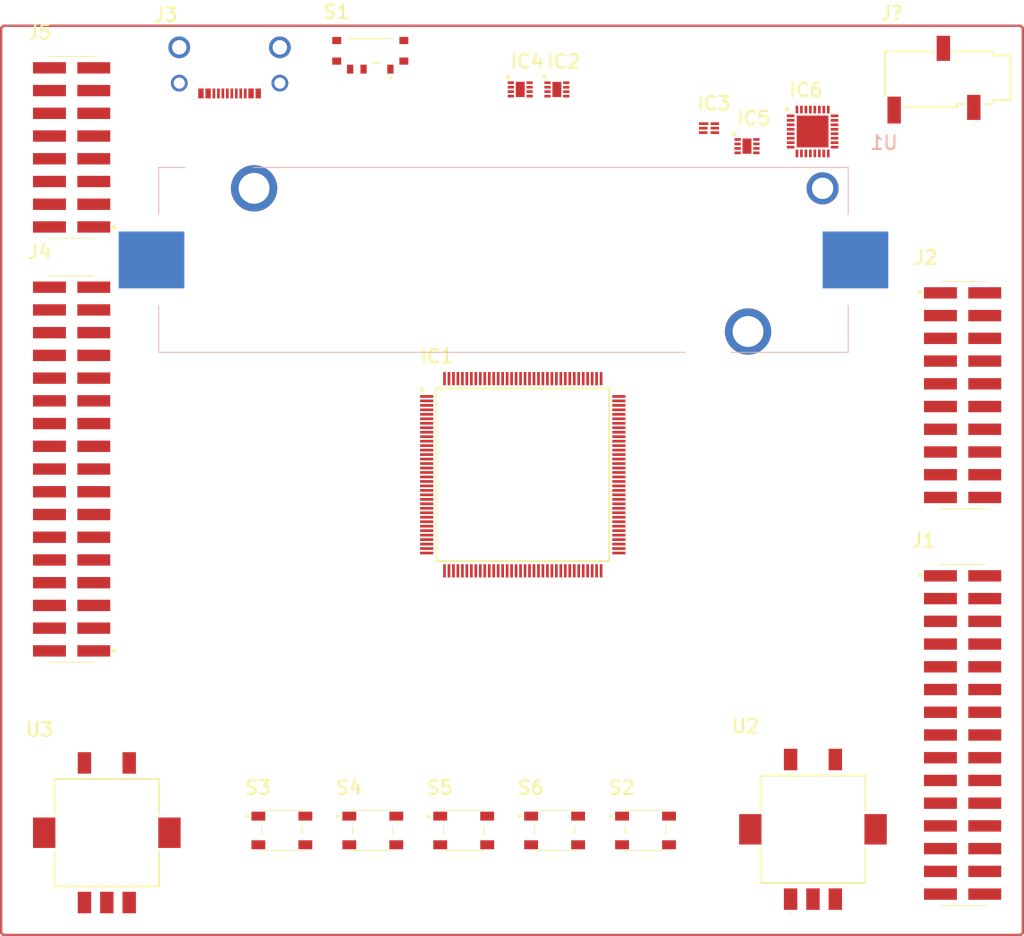
<source format=kicad_pcb>
(kicad_pcb (version 20241229) (generator "pcbnew") (generator_version "9.0")
  (layers (0 "F.Cu" signal "Top Layer") (2 "B.Cu" signal "Bottom Layer") (13 "F.Paste" user "Top Paste") (15 "B.Paste" user "Bottom Paste") (5 "F.SilkS" user "Top Overlay") (7 "B.SilkS" user "Bottom Overlay") (1 "F.Mask" user "Top Solder") (3 "B.Mask" user "Bottom Solder") (25 "Edge.Cuts" user))
  (property "SHEETTOTAL" "1")
  (net 0 "")
  (footprint "SamacSys:PTS647SM38SMTR2LFS" (layer "F.Cu") (at 122.7836 144.1196)
    (property "Reference" "S3" (at -2.66741 -4.771898 0) (layer "F.SilkS") (effects (font (size 1.524 1.524) (thickness 0.254))))
    (property "Value" "PTS647SM70SMTR2LFS" (hide yes))
    (pad "1" smd rect (at -2.625 -1.6) (size 1.55 1) (layers "F.Cu" "F.Mask" "F.Paste"))
    (pad "2" smd rect (at 2.625 -1.6) (size 1.55 1) (layers "F.Cu" "F.Mask" "F.Paste"))
    (pad "3" smd rect (at -2.625 1.6) (size 1.55 1) (layers "F.Cu" "F.Mask" "F.Paste"))
    (pad "4" smd rect (at 2.625 1.6) (size 1.55 1) (layers "F.Cu" "F.Mask" "F.Paste"))
  )
  (footprint "SamacSys:RIC1131S10K2GSMT" (layer "F.Cu") (at 103.2256 144.3736)
    (property "Reference" "U3" (at -7.51881 -11.528298 0) (layer "F.SilkS") (effects (font (size 1.524 1.524) (thickness 0.254))))
    (property "Value" "RIC11-31S10K2-GSMT" (hide yes))
    (pad "" np_thru_hole circle (at -2 0) (size 0.65 0.65) (drill 1.3) (layers "*.Cu" "*.Mask"))
    (pad "" np_thru_hole circle (at 2.5 0) (size 0.55 0.55) (drill 1.1) (layers "*.Cu" "*.Mask"))
    (pad "1" smd rect (at -7 0 90) (size 3.4 2.5) (layers "F.Cu" "F.Mask" "F.Paste"))
    (pad "2" smd rect (at 7 0 90) (size 3.4 2.5) (layers "F.Cu" "F.Mask" "F.Paste"))
    (pad "A1" smd rect (at -2.5 7.8 90) (size 2.4 1.5) (layers "F.Cu" "F.Mask" "F.Paste"))
    (pad "B1" smd rect (at 2.5 7.8 90) (size 2.4 1.5) (layers "F.Cu" "F.Mask" "F.Paste"))
    (pad "C1" smd rect (at 0 7.8 90) (size 2.4 1.5) (layers "F.Cu" "F.Mask" "F.Paste"))
    (pad "D1" smd rect (at -2.5 -7.8 90) (size 2.4 1.5) (layers "F.Cu" "F.Mask" "F.Paste"))
    (pad "E1" smd rect (at 2.5 -7.8 90) (size 2.4 1.5) (layers "F.Cu" "F.Mask" "F.Paste"))
  )
  (footprint "SamacSys:PTS647SM38SMTR2LFS" (layer "F.Cu") (at 153.2636 144.1196)
    (property "Reference" "S6" (at -2.66741 -4.771898 0) (layer "F.SilkS") (effects (font (size 1.524 1.524) (thickness 0.254))))
    (property "Value" "PTS647SM70SMTR2LFS" (hide yes))
    (pad "1" smd rect (at -2.625 -1.6) (size 1.55 1) (layers "F.Cu" "F.Mask" "F.Paste"))
    (pad "2" smd rect (at 2.625 -1.6) (size 1.55 1) (layers "F.Cu" "F.Mask" "F.Paste"))
    (pad "3" smd rect (at -2.625 1.6) (size 1.55 1) (layers "F.Cu" "F.Mask" "F.Paste"))
    (pad "4" smd rect (at 2.625 1.6) (size 1.55 1) (layers "F.Cu" "F.Mask" "F.Paste"))
  )
  (footprint "SamacSys:PTS647SM38SMTR2LFS" (layer "F.Cu") (at 143.1036 144.1196)
    (property "Reference" "S5" (at -2.66741 -4.771898 0) (layer "F.SilkS") (effects (font (size 1.524 1.524) (thickness 0.254))))
    (property "Value" "PTS647SM70SMTR2LFS" (hide yes))
    (pad "1" smd rect (at -2.625 -1.6) (size 1.55 1) (layers "F.Cu" "F.Mask" "F.Paste"))
    (pad "2" smd rect (at 2.625 -1.6) (size 1.55 1) (layers "F.Cu" "F.Mask" "F.Paste"))
    (pad "3" smd rect (at -2.625 1.6) (size 1.55 1) (layers "F.Cu" "F.Mask" "F.Paste"))
    (pad "4" smd rect (at 2.625 1.6) (size 1.55 1) (layers "F.Cu" "F.Mask" "F.Paste"))
  )
  (footprint "SamacSys:SJ235853ASMTTR" (layer "F.Cu") (at 197.2056 60.1726 180)
    (property "Reference" "J?" (at 6.27421 7.362698 0) (layer "F.SilkS") (effects (font (size 1.524 1.524) (thickness 0.254))))
    (property "Value" "SJ2-35853A-SMT-TR" (hide yes))
    (pad "" np_thru_hole circle (at 5.5 0.15 180) (size 0.75 0.75) (drill 1.5) (layers "*.Cu" "*.Mask"))
    (pad "1" smd rect (at -2.9 -3.15 270) (size 2.8 1.5) (layers "F.Cu" "F.Mask" "F.Paste"))
    (pad "2" smd rect (at 6 -3.45 270) (size 3 1.5) (layers "F.Cu" "F.Mask" "F.Paste"))
    (pad "3" smd rect (at 0.5 3.45 270) (size 2.8 1.5) (layers "F.Cu" "F.Mask" "F.Paste"))
  )
  (footprint "SamacSys:QFP50P2200X2200X160-144N" (layer "F.Cu") (at 149.7076 104.3686)
    (property "Reference" "IC1" (at -9.601735 -13.230098 0) (layer "F.SilkS") (effects (font (size 1.524 1.524) (thickness 0.254))))
    (property "Value" "STM32H7A3ZIT6" (hide yes))
    (pad "1" smd rect (at -10.738 -8.75) (size 1.475 0.3) (layers "F.Cu" "F.Mask" "F.Paste"))
    (pad "2" smd rect (at -10.738 -8.25) (size 1.475 0.3) (layers "F.Cu" "F.Mask" "F.Paste"))
    (pad "3" smd rect (at -10.738 -7.75) (size 1.475 0.3) (layers "F.Cu" "F.Mask" "F.Paste"))
    (pad "4" smd rect (at -10.738 -7.25) (size 1.475 0.3) (layers "F.Cu" "F.Mask" "F.Paste"))
    (pad "5" smd rect (at -10.738 -6.75) (size 1.475 0.3) (layers "F.Cu" "F.Mask" "F.Paste"))
    (pad "6" smd rect (at -10.738 -6.25) (size 1.475 0.3) (layers "F.Cu" "F.Mask" "F.Paste"))
    (pad "7" smd rect (at -10.738 -5.75) (size 1.475 0.3) (layers "F.Cu" "F.Mask" "F.Paste"))
    (pad "8" smd rect (at -10.738 -5.25) (size 1.475 0.3) (layers "F.Cu" "F.Mask" "F.Paste"))
    (pad "9" smd rect (at -10.738 -4.75) (size 1.475 0.3) (layers "F.Cu" "F.Mask" "F.Paste"))
    (pad "10" smd rect (at -10.738 -4.25) (size 1.475 0.3) (layers "F.Cu" "F.Mask" "F.Paste"))
    (pad "11" smd rect (at -10.738 -3.75) (size 1.475 0.3) (layers "F.Cu" "F.Mask" "F.Paste"))
    (pad "12" smd rect (at -10.738 -3.25) (size 1.475 0.3) (layers "F.Cu" "F.Mask" "F.Paste"))
    (pad "13" smd rect (at -10.738 -2.75) (size 1.475 0.3) (layers "F.Cu" "F.Mask" "F.Paste"))
    (pad "14" smd rect (at -10.738 -2.25) (size 1.475 0.3) (layers "F.Cu" "F.Mask" "F.Paste"))
    (pad "15" smd rect (at -10.738 -1.75) (size 1.475 0.3) (layers "F.Cu" "F.Mask" "F.Paste"))
    (pad "16" smd rect (at -10.738 -1.25) (size 1.475 0.3) (layers "F.Cu" "F.Mask" "F.Paste"))
    (pad "17" smd rect (at -10.738 -0.75) (size 1.475 0.3) (layers "F.Cu" "F.Mask" "F.Paste"))
    (pad "18" smd rect (at -10.738 -0.25) (size 1.475 0.3) (layers "F.Cu" "F.Mask" "F.Paste"))
    (pad "19" smd rect (at -10.738 0.25) (size 1.475 0.3) (layers "F.Cu" "F.Mask" "F.Paste"))
    (pad "20" smd rect (at -10.738 0.75) (size 1.475 0.3) (layers "F.Cu" "F.Mask" "F.Paste"))
    (pad "21" smd rect (at -10.738 1.25) (size 1.475 0.3) (layers "F.Cu" "F.Mask" "F.Paste"))
    (pad "22" smd rect (at -10.738 1.75) (size 1.475 0.3) (layers "F.Cu" "F.Mask" "F.Paste"))
    (pad "23" smd rect (at -10.738 2.25) (size 1.475 0.3) (layers "F.Cu" "F.Mask" "F.Paste"))
    (pad "24" smd rect (at -10.738 2.75) (size 1.475 0.3) (layers "F.Cu" "F.Mask" "F.Paste"))
    (pad "25" smd rect (at -10.738 3.25) (size 1.475 0.3) (layers "F.Cu" "F.Mask" "F.Paste"))
    (pad "26" smd rect (at -10.738 3.75) (size 1.475 0.3) (layers "F.Cu" "F.Mask" "F.Paste"))
    (pad "27" smd rect (at -10.738 4.25) (size 1.475 0.3) (layers "F.Cu" "F.Mask" "F.Paste"))
    (pad "28" smd rect (at -10.738 4.75) (size 1.475 0.3) (layers "F.Cu" "F.Mask" "F.Paste"))
    (pad "29" smd rect (at -10.738 5.25) (size 1.475 0.3) (layers "F.Cu" "F.Mask" "F.Paste"))
    (pad "30" smd rect (at -10.738 5.75) (size 1.475 0.3) (layers "F.Cu" "F.Mask" "F.Paste"))
    (pad "31" smd rect (at -10.738 6.25) (size 1.475 0.3) (layers "F.Cu" "F.Mask" "F.Paste"))
    (pad "32" smd rect (at -10.738 6.75) (size 1.475 0.3) (layers "F.Cu" "F.Mask" "F.Paste"))
    (pad "33" smd rect (at -10.738 7.25) (size 1.475 0.3) (layers "F.Cu" "F.Mask" "F.Paste"))
    (pad "34" smd rect (at -10.738 7.75) (size 1.475 0.3) (layers "F.Cu" "F.Mask" "F.Paste"))
    (pad "35" smd rect (at -10.738 8.25) (size 1.475 0.3) (layers "F.Cu" "F.Mask" "F.Paste"))
    (pad "36" smd rect (at -10.738 8.75) (size 1.475 0.3) (layers "F.Cu" "F.Mask" "F.Paste"))
    (pad "37" smd rect (at -8.75 10.738 90) (size 1.475 0.3) (layers "F.Cu" "F.Mask" "F.Paste"))
    (pad "38" smd rect (at -8.25 10.738 90) (size 1.475 0.3) (layers "F.Cu" "F.Mask" "F.Paste"))
    (pad "39" smd rect (at -7.75 10.738 90) (size 1.475 0.3) (layers "F.Cu" "F.Mask" "F.Paste"))
    (pad "40" smd rect (at -7.25 10.738 90) (size 1.475 0.3) (layers "F.Cu" "F.Mask" "F.Paste"))
    (pad "41" smd rect (at -6.75 10.738 90) (size 1.475 0.3) (layers "F.Cu" "F.Mask" "F.Paste"))
    (pad "42" smd rect (at -6.25 10.738 90) (size 1.475 0.3) (layers "F.Cu" "F.Mask" "F.Paste"))
    (pad "43" smd rect (at -5.75 10.738 90) (size 1.475 0.3) (layers "F.Cu" "F.Mask" "F.Paste"))
    (pad "44" smd rect (at -5.25 10.738 90) (size 1.475 0.3) (layers "F.Cu" "F.Mask" "F.Paste"))
    (pad "45" smd rect (at -4.75 10.738 90) (size 1.475 0.3) (layers "F.Cu" "F.Mask" "F.Paste"))
    (pad "46" smd rect (at -4.25 10.738 90) (size 1.475 0.3) (layers "F.Cu" "F.Mask" "F.Paste"))
    (pad "47" smd rect (at -3.75 10.738 90) (size 1.475 0.3) (layers "F.Cu" "F.Mask" "F.Paste"))
    (pad "48" smd rect (at -3.25 10.738 90) (size 1.475 0.3) (layers "F.Cu" "F.Mask" "F.Paste"))
    (pad "49" smd rect (at -2.75 10.738 90) (size 1.475 0.3) (layers "F.Cu" "F.Mask" "F.Paste"))
    (pad "50" smd rect (at -2.25 10.738 90) (size 1.475 0.3) (layers "F.Cu" "F.Mask" "F.Paste"))
    (pad "51" smd rect (at -1.75 10.738 90) (size 1.475 0.3) (layers "F.Cu" "F.Mask" "F.Paste"))
    (pad "52" smd rect (at -1.25 10.738 90) (size 1.475 0.3) (layers "F.Cu" "F.Mask" "F.Paste"))
    (pad "53" smd rect (at -0.75 10.738 90) (size 1.475 0.3) (layers "F.Cu" "F.Mask" "F.Paste"))
    (pad "54" smd rect (at -0.25 10.738 90) (size 1.475 0.3) (layers "F.Cu" "F.Mask" "F.Paste"))
    (pad "55" smd rect (at 0.25 10.738 90) (size 1.475 0.3) (layers "F.Cu" "F.Mask" "F.Paste"))
    (pad "56" smd rect (at 0.75 10.738 90) (size 1.475 0.3) (layers "F.Cu" "F.Mask" "F.Paste"))
    (pad "57" smd rect (at 1.25 10.738 90) (size 1.475 0.3) (layers "F.Cu" "F.Mask" "F.Paste"))
    (pad "58" smd rect (at 1.75 10.738 90) (size 1.475 0.3) (layers "F.Cu" "F.Mask" "F.Paste"))
    (pad "59" smd rect (at 2.25 10.738 90) (size 1.475 0.3) (layers "F.Cu" "F.Mask" "F.Paste"))
    (pad "60" smd rect (at 2.75 10.738 90) (size 1.475 0.3) (layers "F.Cu" "F.Mask" "F.Paste"))
    (pad "61" smd rect (at 3.25 10.738 90) (size 1.475 0.3) (layers "F.Cu" "F.Mask" "F.Paste"))
    (pad "62" smd rect (at 3.75 10.738 90) (size 1.475 0.3) (layers "F.Cu" "F.Mask" "F.Paste"))
    (pad "63" smd rect (at 4.25 10.738 90) (size 1.475 0.3) (layers "F.Cu" "F.Mask" "F.Paste"))
    (pad "64" smd rect (at 4.75 10.738 90) (size 1.475 0.3) (layers "F.Cu" "F.Mask" "F.Paste"))
    (pad "65" smd rect (at 5.25 10.738 90) (size 1.475 0.3) (layers "F.Cu" "F.Mask" "F.Paste"))
    (pad "66" smd rect (at 5.75 10.738 90) (size 1.475 0.3) (layers "F.Cu" "F.Mask" "F.Paste"))
    (pad "67" smd rect (at 6.25 10.738 90) (size 1.475 0.3) (layers "F.Cu" "F.Mask" "F.Paste"))
    (pad "68" smd rect (at 6.75 10.738 90) (size 1.475 0.3) (layers "F.Cu" "F.Mask" "F.Paste"))
    (pad "69" smd rect (at 7.25 10.738 90) (size 1.475 0.3) (layers "F.Cu" "F.Mask" "F.Paste"))
    (pad "70" smd rect (at 7.75 10.738 90) (size 1.475 0.3) (layers "F.Cu" "F.Mask" "F.Paste"))
    (pad "71" smd rect (at 8.25 10.738 90) (size 1.475 0.3) (layers "F.Cu" "F.Mask" "F.Paste"))
    (pad "72" smd rect (at 8.75 10.738 90) (size 1.475 0.3) (layers "F.Cu" "F.Mask" "F.Paste"))
    (pad "73" smd rect (at 10.738 8.75) (size 1.475 0.3) (layers "F.Cu" "F.Mask" "F.Paste"))
    (pad "74" smd rect (at 10.738 8.25) (size 1.475 0.3) (layers "F.Cu" "F.Mask" "F.Paste"))
    (pad "75" smd rect (at 10.738 7.75) (size 1.475 0.3) (layers "F.Cu" "F.Mask" "F.Paste"))
    (pad "76" smd rect (at 10.738 7.25) (size 1.475 0.3) (layers "F.Cu" "F.Mask" "F.Paste"))
    (pad "77" smd rect (at 10.738 6.75) (size 1.475 0.3) (layers "F.Cu" "F.Mask" "F.Paste"))
    (pad "78" smd rect (at 10.738 6.25) (size 1.475 0.3) (layers "F.Cu" "F.Mask" "F.Paste"))
    (pad "79" smd rect (at 10.738 5.75) (size 1.475 0.3) (layers "F.Cu" "F.Mask" "F.Paste"))
    (pad "80" smd rect (at 10.738 5.25) (size 1.475 0.3) (layers "F.Cu" "F.Mask" "F.Paste"))
    (pad "81" smd rect (at 10.738 4.75) (size 1.475 0.3) (layers "F.Cu" "F.Mask" "F.Paste"))
    (pad "82" smd rect (at 10.738 4.25) (size 1.475 0.3) (layers "F.Cu" "F.Mask" "F.Paste"))
    (pad "83" smd rect (at 10.738 3.75) (size 1.475 0.3) (layers "F.Cu" "F.Mask" "F.Paste"))
    (pad "84" smd rect (at 10.738 3.25) (size 1.475 0.3) (layers "F.Cu" "F.Mask" "F.Paste"))
    (pad "85" smd rect (at 10.738 2.75) (size 1.475 0.3) (layers "F.Cu" "F.Mask" "F.Paste"))
    (pad "86" smd rect (at 10.738 2.25) (size 1.475 0.3) (layers "F.Cu" "F.Mask" "F.Paste"))
    (pad "87" smd rect (at 10.738 1.75) (size 1.475 0.3) (layers "F.Cu" "F.Mask" "F.Paste"))
    (pad "88" smd rect (at 10.738 1.25) (size 1.475 0.3) (layers "F.Cu" "F.Mask" "F.Paste"))
    (pad "89" smd rect (at 10.738 0.75) (size 1.475 0.3) (layers "F.Cu" "F.Mask" "F.Paste"))
    (pad "90" smd rect (at 10.738 0.25) (size 1.475 0.3) (layers "F.Cu" "F.Mask" "F.Paste"))
    (pad "91" smd rect (at 10.738 -0.25) (size 1.475 0.3) (layers "F.Cu" "F.Mask" "F.Paste"))
    (pad "92" smd rect (at 10.738 -0.75) (size 1.475 0.3) (layers "F.Cu" "F.Mask" "F.Paste"))
    (pad "93" smd rect (at 10.738 -1.25) (size 1.475 0.3) (layers "F.Cu" "F.Mask" "F.Paste"))
    (pad "94" smd rect (at 10.738 -1.75) (size 1.475 0.3) (layers "F.Cu" "F.Mask" "F.Paste"))
    (pad "95" smd rect (at 10.738 -2.25) (size 1.475 0.3) (layers "F.Cu" "F.Mask" "F.Paste"))
    (pad "96" smd rect (at 10.738 -2.75) (size 1.475 0.3) (layers "F.Cu" "F.Mask" "F.Paste"))
    (pad "97" smd rect (at 10.738 -3.25) (size 1.475 0.3) (layers "F.Cu" "F.Mask" "F.Paste"))
    (pad "98" smd rect (at 10.738 -3.75) (size 1.475 0.3) (layers "F.Cu" "F.Mask" "F.Paste"))
    (pad "99" smd rect (at 10.738 -4.25) (size 1.475 0.3) (layers "F.Cu" "F.Mask" "F.Paste"))
    (pad "100" smd rect (at 10.738 -4.75) (size 1.475 0.3) (layers "F.Cu" "F.Mask" "F.Paste"))
    (pad "101" smd rect (at 10.738 -5.25) (size 1.475 0.3) (layers "F.Cu" "F.Mask" "F.Paste"))
    (pad "102" smd rect (at 10.738 -5.75) (size 1.475 0.3) (layers "F.Cu" "F.Mask" "F.Paste"))
    (pad "103" smd rect (at 10.738 -6.25) (size 1.475 0.3) (layers "F.Cu" "F.Mask" "F.Paste"))
    (pad "104" smd rect (at 10.738 -6.75) (size 1.475 0.3) (layers "F.Cu" "F.Mask" "F.Paste"))
    (pad "105" smd rect (at 10.738 -7.25) (size 1.475 0.3) (layers "F.Cu" "F.Mask" "F.Paste"))
    (pad "106" smd rect (at 10.738 -7.75) (size 1.475 0.3) (layers "F.Cu" "F.Mask" "F.Paste"))
    (pad "107" smd rect (at 10.738 -8.25) (size 1.475 0.3) (layers "F.Cu" "F.Mask" "F.Paste"))
    (pad "108" smd rect (at 10.738 -8.75) (size 1.475 0.3) (layers "F.Cu" "F.Mask" "F.Paste"))
    (pad "109" smd rect (at 8.75 -10.738 90) (size 1.475 0.3) (layers "F.Cu" "F.Mask" "F.Paste"))
    (pad "110" smd rect (at 8.25 -10.738 90) (size 1.475 0.3) (layers "F.Cu" "F.Mask" "F.Paste"))
    (pad "111" smd rect (at 7.75 -10.738 90) (size 1.475 0.3) (layers "F.Cu" "F.Mask" "F.Paste"))
    (pad "112" smd rect (at 7.25 -10.738 90) (size 1.475 0.3) (layers "F.Cu" "F.Mask" "F.Paste"))
    (pad "113" smd rect (at 6.75 -10.738 90) (size 1.475 0.3) (layers "F.Cu" "F.Mask" "F.Paste"))
    (pad "114" smd rect (at 6.25 -10.738 90) (size 1.475 0.3) (layers "F.Cu" "F.Mask" "F.Paste"))
    (pad "115" smd rect (at 5.75 -10.738 90) (size 1.475 0.3) (layers "F.Cu" "F.Mask" "F.Paste"))
    (pad "116" smd rect (at 5.25 -10.738 90) (size 1.475 0.3) (layers "F.Cu" "F.Mask" "F.Paste"))
    (pad "117" smd rect (at 4.75 -10.738 90) (size 1.475 0.3) (layers "F.Cu" "F.Mask" "F.Paste"))
    (pad "118" smd rect (at 4.25 -10.738 90) (size 1.475 0.3) (layers "F.Cu" "F.Mask" "F.Paste"))
    (pad "119" smd rect (at 3.75 -10.738 90) (size 1.475 0.3) (layers "F.Cu" "F.Mask" "F.Paste"))
    (pad "120" smd rect (at 3.25 -10.738 90) (size 1.475 0.3) (layers "F.Cu" "F.Mask" "F.Paste"))
    (pad "121" smd rect (at 2.75 -10.738 90) (size 1.475 0.3) (layers "F.Cu" "F.Mask" "F.Paste"))
    (pad "122" smd rect (at 2.25 -10.738 90) (size 1.475 0.3) (layers "F.Cu" "F.Mask" "F.Paste"))
    (pad "123" smd rect (at 1.75 -10.738 90) (size 1.475 0.3) (layers "F.Cu" "F.Mask" "F.Paste"))
    (pad "124" smd rect (at 1.25 -10.738 90) (size 1.475 0.3) (layers "F.Cu" "F.Mask" "F.Paste"))
    (pad "125" smd rect (at 0.75 -10.738 90) (size 1.475 0.3) (layers "F.Cu" "F.Mask" "F.Paste"))
    (pad "126" smd rect (at 0.25 -10.738 90) (size 1.475 0.3) (layers "F.Cu" "F.Mask" "F.Paste"))
    (pad "127" smd rect (at -0.25 -10.738 90) (size 1.475 0.3) (layers "F.Cu" "F.Mask" "F.Paste"))
    (pad "128" smd rect (at -0.75 -10.738 90) (size 1.475 0.3) (layers "F.Cu" "F.Mask" "F.Paste"))
    (pad "129" smd rect (at -1.25 -10.738 90) (size 1.475 0.3) (layers "F.Cu" "F.Mask" "F.Paste"))
    (pad "130" smd rect (at -1.75 -10.738 90) (size 1.475 0.3) (layers "F.Cu" "F.Mask" "F.Paste"))
    (pad "131" smd rect (at -2.25 -10.738 90) (size 1.475 0.3) (layers "F.Cu" "F.Mask" "F.Paste"))
    (pad "132" smd rect (at -2.75 -10.738 90) (size 1.475 0.3) (layers "F.Cu" "F.Mask" "F.Paste"))
    (pad "133" smd rect (at -3.25 -10.738 90) (size 1.475 0.3) (layers "F.Cu" "F.Mask" "F.Paste"))
    (pad "134" smd rect (at -3.75 -10.738 90) (size 1.475 0.3) (layers "F.Cu" "F.Mask" "F.Paste"))
    (pad "135" smd rect (at -4.25 -10.738 90) (size 1.475 0.3) (layers "F.Cu" "F.Mask" "F.Paste"))
    (pad "136" smd rect (at -4.75 -10.738 90) (size 1.475 0.3) (layers "F.Cu" "F.Mask" "F.Paste"))
    (pad "137" smd rect (at -5.25 -10.738 90) (size 1.475 0.3) (layers "F.Cu" "F.Mask" "F.Paste"))
    (pad "138" smd rect (at -5.75 -10.738 90) (size 1.475 0.3) (layers "F.Cu" "F.Mask" "F.Paste"))
    (pad "139" smd rect (at -6.25 -10.738 90) (size 1.475 0.3) (layers "F.Cu" "F.Mask" "F.Paste"))
    (pad "140" smd rect (at -6.75 -10.738 90) (size 1.475 0.3) (layers "F.Cu" "F.Mask" "F.Paste"))
    (pad "141" smd rect (at -7.25 -10.738 90) (size 1.475 0.3) (layers "F.Cu" "F.Mask" "F.Paste"))
    (pad "142" smd rect (at -7.75 -10.738 90) (size 1.475 0.3) (layers "F.Cu" "F.Mask" "F.Paste"))
    (pad "143" smd rect (at -8.25 -10.738 90) (size 1.475 0.3) (layers "F.Cu" "F.Mask" "F.Paste"))
    (pad "144" smd rect (at -8.75 -10.738 90) (size 1.475 0.3) (layers "F.Cu" "F.Mask" "F.Paste"))
  )
  (footprint "SamacSys:SON50P200X200X80-9N" (layer "F.Cu") (at 153.5176 61.3156)
    (property "Reference" "IC2" (at 0.761385 -3.120898 0) (layer "F.SilkS") (effects (font (size 1.524 1.524) (thickness 0.254))))
    (property "Value" "TPS62063DSGR" (hide yes))
    (pad "1" smd rect (at -1.05 -0.75) (size 0.7 0.3) (layers "F.Cu" "F.Mask" "F.Paste"))
    (pad "2" smd rect (at -1.05 -0.25) (size 0.7 0.3) (layers "F.Cu" "F.Mask" "F.Paste"))
    (pad "3" smd rect (at -1.05 0.25) (size 0.7 0.3) (layers "F.Cu" "F.Mask" "F.Paste"))
    (pad "4" smd rect (at -1.05 0.75) (size 0.7 0.3) (layers "F.Cu" "F.Mask" "F.Paste"))
    (pad "5" smd rect (at 1.05 0.75) (size 0.7 0.3) (layers "F.Cu" "F.Mask" "F.Paste"))
    (pad "6" smd rect (at 1.05 0.25) (size 0.7 0.3) (layers "F.Cu" "F.Mask" "F.Paste"))
    (pad "7" smd rect (at 1.05 -0.25) (size 0.7 0.3) (layers "F.Cu" "F.Mask" "F.Paste"))
    (pad "8" smd rect (at 1.05 -0.75) (size 0.7 0.3) (layers "F.Cu" "F.Mask" "F.Paste"))
    (pad "9" smd rect (at 0 0 90) (size 1.7 1) (layers "F.Cu" "F.Mask" "F.Paste"))
  )
  (footprint "SamacSys:TSM-110-YY-ZZZ-DV-P" (layer "F.Cu") (at 198.8546 95.4786 90)
    (property "Reference" "J2" (at 15.389098 -4.11321 0) (layer "F.SilkS") (effects (font (size 1.524 1.524) (thickness 0.254))))
    (property "Value" "TSM-110-01-T-DV-P" (hide yes))
    (pad "1" smd rect (at 11.43 -2.47499 180) (size 3.68 1.27) (layers "F.Cu" "F.Mask" "F.Paste"))
    (pad "2" smd rect (at 11.43 2.475 180) (size 3.68 1.27) (layers "F.Cu" "F.Mask" "F.Paste"))
    (pad "3" smd rect (at 8.89 -2.47499 180) (size 3.68 1.27) (layers "F.Cu" "F.Mask" "F.Paste"))
    (pad "4" smd rect (at 8.89 2.475 180) (size 3.68 1.27) (layers "F.Cu" "F.Mask" "F.Paste"))
    (pad "5" smd rect (at 6.35 -2.47499 180) (size 3.68 1.27) (layers "F.Cu" "F.Mask" "F.Paste"))
    (pad "6" smd rect (at 6.35 2.475 180) (size 3.68 1.27) (layers "F.Cu" "F.Mask" "F.Paste"))
    (pad "7" smd rect (at 3.81 -2.47499 180) (size 3.68 1.27) (layers "F.Cu" "F.Mask" "F.Paste"))
    (pad "8" smd rect (at 3.81 2.475 180) (size 3.68 1.27) (layers "F.Cu" "F.Mask" "F.Paste"))
    (pad "9" smd rect (at 1.27 -2.47499 180) (size 3.68 1.27) (layers "F.Cu" "F.Mask" "F.Paste"))
    (pad "10" smd rect (at 1.27 2.475 180) (size 3.68 1.27) (layers "F.Cu" "F.Mask" "F.Paste"))
    (pad "11" smd rect (at -1.27 -2.47499 180) (size 3.68 1.27) (layers "F.Cu" "F.Mask" "F.Paste"))
    (pad "12" smd rect (at -1.27 2.475 180) (size 3.68 1.27) (layers "F.Cu" "F.Mask" "F.Paste"))
    (pad "13" smd rect (at -3.81 -2.47499 180) (size 3.68 1.27) (layers "F.Cu" "F.Mask" "F.Paste"))
    (pad "14" smd rect (at -3.81 2.475 180) (size 3.68 1.27) (layers "F.Cu" "F.Mask" "F.Paste"))
    (pad "15" smd rect (at -6.35 -2.47499 180) (size 3.68 1.27) (layers "F.Cu" "F.Mask" "F.Paste"))
    (pad "16" smd rect (at -6.35 2.475 180) (size 3.68 1.27) (layers "F.Cu" "F.Mask" "F.Paste"))
    (pad "17" smd rect (at -8.89 -2.47499 180) (size 3.68 1.27) (layers "F.Cu" "F.Mask" "F.Paste"))
    (pad "18" smd rect (at -8.89 2.475 180) (size 3.68 1.27) (layers "F.Cu" "F.Mask" "F.Paste"))
    (pad "19" smd rect (at -11.43 -2.47499 180) (size 3.68 1.27) (layers "F.Cu" "F.Mask" "F.Paste"))
    (pad "20" smd rect (at -11.43 2.475 180) (size 3.68 1.27) (layers "F.Cu" "F.Mask" "F.Paste"))
  )
  (footprint "SamacSys:PTS647SM38SMTR2LFS" (layer "F.Cu") (at 163.4236 144.1196)
    (property "Reference" "S2" (at -2.66741 -4.771898 0) (layer "F.SilkS") (effects (font (size 1.524 1.524) (thickness 0.254))))
    (property "Value" "PTS647SM70SMTR2LFS" (hide yes))
    (pad "1" smd rect (at -2.625 -1.6) (size 1.55 1) (layers "F.Cu" "F.Mask" "F.Paste"))
    (pad "2" smd rect (at 2.625 -1.6) (size 1.55 1) (layers "F.Cu" "F.Mask" "F.Paste"))
    (pad "3" smd rect (at -2.625 1.6) (size 1.55 1) (layers "F.Cu" "F.Mask" "F.Paste"))
    (pad "4" smd rect (at 2.625 1.6) (size 1.55 1) (layers "F.Cu" "F.Mask" "F.Paste"))
  )
  (footprint "SamacSys:450404015514" (layer "F.Cu") (at 132.6656 56.9976)
    (property "Reference" "S1" (at -3.78633 -4.340098 0) (layer "F.SilkS") (effects (font (size 1.524 1.524) (thickness 0.254))))
    (property "Value" "450404015514" (hide yes))
    (pad "" np_thru_hole circle (at -1.5 0) (size 0.6 0.6) (drill 1.2) (layers "*.Cu" "*.Mask"))
    (pad "" np_thru_hole circle (at 1.5 0) (size 0.6 0.6) (drill 1.2) (layers "*.Cu" "*.Mask"))
    (pad "1" smd rect (at 2.25 2.05 90) (size 1 0.7) (layers "F.Cu" "F.Mask" "F.Paste"))
    (pad "2" smd rect (at -0.75 2.05 90) (size 1 0.7) (layers "F.Cu" "F.Mask" "F.Paste"))
    (pad "3" smd rect (at -2.25 2.05 90) (size 1 0.7) (layers "F.Cu" "F.Mask" "F.Paste"))
    (pad "MP1" smd rect (at 3.75 1.15) (size 1 0.8) (layers "F.Cu" "F.Mask" "F.Paste"))
    (pad "MP2" smd rect (at -3.75 1.15) (size 1 0.8) (layers "F.Cu" "F.Mask" "F.Paste"))
    (pad "MP3" smd rect (at -3.75 -1.15) (size 1 0.8) (layers "F.Cu" "F.Mask" "F.Paste"))
    (pad "MP4" smd rect (at 3.75 -1.15) (size 1 0.8) (layers "F.Cu" "F.Mask" "F.Paste"))
  )
  (footprint "SamacSys:UJ20CHGMSMT2P16TR" (layer "F.Cu") (at 116.9416 59.4106 180)
    (property "Reference" "J3" (at 7.11241 6.422898 0) (layer "F.SilkS") (effects (font (size 1.524 1.524) (thickness 0.254))))
    (property "Value" "UJ20-C-H-G-MSMT-2-P16-TR" (hide yes))
    (pad "A1" smd rect (at -3.2 -2.35 270) (size 1.1 0.6) (layers "F.Cu" "F.Mask" "F.Paste"))
    (pad "A4" smd rect (at -2.4 -2.35 270) (size 1.1 0.6) (layers "F.Cu" "F.Mask" "F.Paste"))
    (pad "A5" smd rect (at -1.25 -2.35 270) (size 1.1 0.3) (layers "F.Cu" "F.Mask" "F.Paste"))
    (pad "A6" smd rect (at -0.25 -2.35 270) (size 1.1 0.3) (layers "F.Cu" "F.Mask" "F.Paste"))
    (pad "A7" smd rect (at 0.25 -2.35 270) (size 1.1 0.3) (layers "F.Cu" "F.Mask" "F.Paste"))
    (pad "A8" smd rect (at 1.25 -2.35 270) (size 1.1 0.3) (layers "F.Cu" "F.Mask" "F.Paste"))
    (pad "B1" smd rect (at 3.2 -2.35 270) (size 1.1 0.6) (layers "F.Cu" "F.Mask" "F.Paste"))
    (pad "B4" smd rect (at 2.4 -2.35 270) (size 1.1 0.6) (layers "F.Cu" "F.Mask" "F.Paste"))
    (pad "B5" smd rect (at 1.75 -2.35 270) (size 1.1 0.3) (layers "F.Cu" "F.Mask" "F.Paste"))
    (pad "B6" smd rect (at 0.75 -2.35 270) (size 1.1 0.3) (layers "F.Cu" "F.Mask" "F.Paste"))
    (pad "B7" smd rect (at -0.75 -2.35 270) (size 1.1 0.3) (layers "F.Cu" "F.Mask" "F.Paste"))
    (pad "B8" smd rect (at -1.75 -2.35 270) (size 1.1 0.3) (layers "F.Cu" "F.Mask" "F.Paste"))
    (pad "MH1" thru_hole circle (at -5.62 -1.2 180) (size 1.875 1.875) (drill 1.25) (layers "*.Cu" "*.Mask"))
    (pad "MH2" thru_hole circle (at 5.62 -1.2 180) (size 1.875 1.875) (drill 1.25) (layers "*.Cu" "*.Mask"))
    (pad "MH3" thru_hole circle (at -5.62 2.8 180) (size 2.43 2.43) (drill 1.62) (layers "*.Cu" "*.Mask"))
    (pad "MH4" thru_hole circle (at 5.62 2.8 180) (size 2.43 2.43) (drill 1.62) (layers "*.Cu" "*.Mask"))
  )
  (footprint "SamacSys:PTS647SM38SMTR2LFS" (layer "F.Cu") (at 132.9436 144.1196)
    (property "Reference" "S4" (at -2.66741 -4.771898 0) (layer "F.SilkS") (effects (font (size 1.524 1.524) (thickness 0.254))))
    (property "Value" "PTS647SM70SMTR2LFS" (hide yes))
    (pad "1" smd rect (at -2.625 -1.6) (size 1.55 1) (layers "F.Cu" "F.Mask" "F.Paste"))
    (pad "2" smd rect (at 2.625 -1.6) (size 1.55 1) (layers "F.Cu" "F.Mask" "F.Paste"))
    (pad "3" smd rect (at -2.625 1.6) (size 1.55 1) (layers "F.Cu" "F.Mask" "F.Paste"))
    (pad "4" smd rect (at 2.625 1.6) (size 1.55 1) (layers "F.Cu" "F.Mask" "F.Paste"))
  )
  (footprint "SamacSys:RIC1131S10K2GSMT" (layer "F.Cu") (at 182.1326 143.9926)
    (property "Reference" "U2" (at -7.53341 -11.528298 0) (layer "F.SilkS") (effects (font (size 1.524 1.524) (thickness 0.254))))
    (property "Value" "RIC11-31S10K2-GSMT" (hide yes))
    (pad "" np_thru_hole circle (at -2 0) (size 0.65 0.65) (drill 1.3) (layers "*.Cu" "*.Mask"))
    (pad "" np_thru_hole circle (at 2.5 0) (size 0.55 0.55) (drill 1.1) (layers "*.Cu" "*.Mask"))
    (pad "1" smd rect (at -7 0 90) (size 3.4 2.5) (layers "F.Cu" "F.Mask" "F.Paste"))
    (pad "2" smd rect (at 7 0 90) (size 3.4 2.5) (layers "F.Cu" "F.Mask" "F.Paste"))
    (pad "A1" smd rect (at -2.5 7.8 90) (size 2.4 1.5) (layers "F.Cu" "F.Mask" "F.Paste"))
    (pad "B1" smd rect (at 2.5 7.8 90) (size 2.4 1.5) (layers "F.Cu" "F.Mask" "F.Paste"))
    (pad "C1" smd rect (at 0 7.8 90) (size 2.4 1.5) (layers "F.Cu" "F.Mask" "F.Paste"))
    (pad "D1" smd rect (at -2.5 -7.8 90) (size 2.4 1.5) (layers "F.Cu" "F.Mask" "F.Paste"))
    (pad "E1" smd rect (at 2.5 -7.8 90) (size 2.4 1.5) (layers "F.Cu" "F.Mask" "F.Paste"))
  )
  (footprint "SamacSys:TSM-108-YY-ZZZ-DV-A-P-TR" (layer "F.Cu") (at 99.2906 67.7926 -90)
    (property "Reference" "J5" (at -12.849098 3.56761 0) (layer "F.SilkS") (effects (font (size 1.524 1.524) (thickness 0.254))))
    (property "Value" "TSM-108-01-L-DV-A-P-TR" (hide yes))
    (pad "" np_thru_hole circle (at -7.62 0 270) (size 0.865 0.865) (drill 1.73) (layers "*.Cu" "*.Mask"))
    (pad "" np_thru_hole circle (at 7.62 0 270) (size 0.865 0.865) (drill 1.73) (layers "*.Cu" "*.Mask"))
    (pad "1" smd rect (at 8.89 -2.475) (size 3.68 1.27) (layers "F.Cu" "F.Mask" "F.Paste"))
    (pad "2" smd rect (at 8.89 2.475) (size 3.68 1.27) (layers "F.Cu" "F.Mask" "F.Paste"))
    (pad "3" smd rect (at 6.35 -2.475) (size 3.68 1.27) (layers "F.Cu" "F.Mask" "F.Paste"))
    (pad "4" smd rect (at 6.35 2.475) (size 3.68 1.27) (layers "F.Cu" "F.Mask" "F.Paste"))
    (pad "5" smd rect (at 3.81 -2.475) (size 3.68 1.27) (layers "F.Cu" "F.Mask" "F.Paste"))
    (pad "6" smd rect (at 3.81 2.475) (size 3.68 1.27) (layers "F.Cu" "F.Mask" "F.Paste"))
    (pad "7" smd rect (at 1.27 -2.475) (size 3.68 1.27) (layers "F.Cu" "F.Mask" "F.Paste"))
    (pad "8" smd rect (at 1.27 2.475) (size 3.68 1.27) (layers "F.Cu" "F.Mask" "F.Paste"))
    (pad "9" smd rect (at -1.27 -2.475) (size 3.68 1.27) (layers "F.Cu" "F.Mask" "F.Paste"))
    (pad "10" smd rect (at -1.27 2.475) (size 3.68 1.27) (layers "F.Cu" "F.Mask" "F.Paste"))
    (pad "11" smd rect (at -3.81 -2.475) (size 3.68 1.27) (layers "F.Cu" "F.Mask" "F.Paste"))
    (pad "12" smd rect (at -3.81 2.475) (size 3.68 1.27) (layers "F.Cu" "F.Mask" "F.Paste"))
    (pad "13" smd rect (at -6.35 -2.475) (size 3.68 1.27) (layers "F.Cu" "F.Mask" "F.Paste"))
    (pad "14" smd rect (at -6.35 2.475) (size 3.68 1.27) (layers "F.Cu" "F.Mask" "F.Paste"))
    (pad "15" smd rect (at -8.89 -2.475) (size 3.68 1.27) (layers "F.Cu" "F.Mask" "F.Paste"))
    (pad "16" smd rect (at -8.89 2.475) (size 3.68 1.27) (layers "F.Cu" "F.Mask" "F.Paste"))
  )
  (footprint "SamacSys:TSM-117-YY-ZZZ-DV-P-TR" (layer "F.Cu") (at 99.2906 103.7336 -90)
    (property "Reference" "J4" (at -24.279098 3.55641 0) (layer "F.SilkS") (effects (font (size 1.524 1.524) (thickness 0.254))))
    (property "Value" "TSM-117-01-F-DV-P-TR" (hide yes))
    (pad "1" smd rect (at 20.32 -2.475) (size 3.68 1.27) (layers "F.Cu" "F.Mask" "F.Paste"))
    (pad "2" smd rect (at 20.32 2.475) (size 3.68 1.27) (layers "F.Cu" "F.Mask" "F.Paste"))
    (pad "3" smd rect (at 17.78 -2.475) (size 3.68 1.27) (layers "F.Cu" "F.Mask" "F.Paste"))
    (pad "4" smd rect (at 17.78 2.475) (size 3.68 1.27) (layers "F.Cu" "F.Mask" "F.Paste"))
    (pad "5" smd rect (at 15.24 -2.475) (size 3.68 1.27) (layers "F.Cu" "F.Mask" "F.Paste"))
    (pad "6" smd rect (at 15.24 2.475) (size 3.68 1.27) (layers "F.Cu" "F.Mask" "F.Paste"))
    (pad "7" smd rect (at 12.7 -2.475) (size 3.68 1.27) (layers "F.Cu" "F.Mask" "F.Paste"))
    (pad "8" smd rect (at 12.7 2.475) (size 3.68 1.27) (layers "F.Cu" "F.Mask" "F.Paste"))
    (pad "9" smd rect (at 10.16 -2.475) (size 3.68 1.27) (layers "F.Cu" "F.Mask" "F.Paste"))
    (pad "10" smd rect (at 10.16 2.475) (size 3.68 1.27) (layers "F.Cu" "F.Mask" "F.Paste"))
    (pad "11" smd rect (at 7.62 -2.475) (size 3.68 1.27) (layers "F.Cu" "F.Mask" "F.Paste"))
    (pad "12" smd rect (at 7.62 2.475) (size 3.68 1.27) (layers "F.Cu" "F.Mask" "F.Paste"))
    (pad "13" smd rect (at 5.08 -2.475) (size 3.68 1.27) (layers "F.Cu" "F.Mask" "F.Paste"))
    (pad "14" smd rect (at 5.08 2.475) (size 3.68 1.27) (layers "F.Cu" "F.Mask" "F.Paste"))
    (pad "15" smd rect (at 2.54 -2.475) (size 3.68 1.27) (layers "F.Cu" "F.Mask" "F.Paste"))
    (pad "16" smd rect (at 2.54 2.475) (size 3.68 1.27) (layers "F.Cu" "F.Mask" "F.Paste"))
    (pad "17" smd rect (at 0 -2.475) (size 3.68 1.27) (layers "F.Cu" "F.Mask" "F.Paste"))
    (pad "18" smd rect (at 0 2.475) (size 3.68 1.27) (layers "F.Cu" "F.Mask" "F.Paste"))
    (pad "19" smd rect (at -2.54 -2.475) (size 3.68 1.27) (layers "F.Cu" "F.Mask" "F.Paste"))
    (pad "20" smd rect (at -2.54 2.475) (size 3.68 1.27) (layers "F.Cu" "F.Mask" "F.Paste"))
    (pad "21" smd rect (at -5.08 -2.475) (size 3.68 1.27) (layers "F.Cu" "F.Mask" "F.Paste"))
    (pad "22" smd rect (at -5.08 2.475) (size 3.68 1.27) (layers "F.Cu" "F.Mask" "F.Paste"))
    (pad "23" smd rect (at -7.62 -2.475) (size 3.68 1.27) (layers "F.Cu" "F.Mask" "F.Paste"))
    (pad "24" smd rect (at -7.62 2.475) (size 3.68 1.27) (layers "F.Cu" "F.Mask" "F.Paste"))
    (pad "25" smd rect (at -10.16 -2.475) (size 3.68 1.27) (layers "F.Cu" "F.Mask" "F.Paste"))
    (pad "26" smd rect (at -10.16 2.475) (size 3.68 1.27) (layers "F.Cu" "F.Mask" "F.Paste"))
    (pad "27" smd rect (at -12.7 -2.475) (size 3.68 1.27) (layers "F.Cu" "F.Mask" "F.Paste"))
    (pad "28" smd rect (at -12.7 2.475) (size 3.68 1.27) (layers "F.Cu" "F.Mask" "F.Paste"))
    (pad "29" smd rect (at -15.24 -2.475) (size 3.68 1.27) (layers "F.Cu" "F.Mask" "F.Paste"))
    (pad "30" smd rect (at -15.24 2.475) (size 3.68 1.27) (layers "F.Cu" "F.Mask" "F.Paste"))
    (pad "31" smd rect (at -17.78 -2.475) (size 3.68 1.27) (layers "F.Cu" "F.Mask" "F.Paste"))
    (pad "32" smd rect (at -17.78 2.475) (size 3.68 1.27) (layers "F.Cu" "F.Mask" "F.Paste"))
    (pad "33" smd rect (at -20.32 -2.475) (size 3.68 1.27) (layers "F.Cu" "F.Mask" "F.Paste"))
    (pad "34" smd rect (at -20.32 2.475) (size 3.68 1.27) (layers "F.Cu" "F.Mask" "F.Paste"))
  )
  (footprint "SamacSys:SON50P200X200X80-9N" (layer "F.Cu") (at 174.7606 67.6536)
    (property "Reference" "IC5" (at 0.752785 -3.108898 0) (layer "F.SilkS") (effects (font (size 1.524 1.524) (thickness 0.254))))
    (property "Value" "BQ25170DSGR" (hide yes))
    (pad "1" smd rect (at -1.05 -0.75) (size 0.7 0.3) (layers "F.Cu" "F.Mask" "F.Paste"))
    (pad "2" smd rect (at -1.05 -0.25) (size 0.7 0.3) (layers "F.Cu" "F.Mask" "F.Paste"))
    (pad "3" smd rect (at -1.05 0.25) (size 0.7 0.3) (layers "F.Cu" "F.Mask" "F.Paste"))
    (pad "4" smd rect (at -1.05 0.75) (size 0.7 0.3) (layers "F.Cu" "F.Mask" "F.Paste"))
    (pad "5" smd rect (at 1.05 0.75) (size 0.7 0.3) (layers "F.Cu" "F.Mask" "F.Paste"))
    (pad "6" smd rect (at 1.05 0.25) (size 0.7 0.3) (layers "F.Cu" "F.Mask" "F.Paste"))
    (pad "7" smd rect (at 1.05 -0.25) (size 0.7 0.3) (layers "F.Cu" "F.Mask" "F.Paste"))
    (pad "8" smd rect (at 1.05 -0.75) (size 0.7 0.3) (layers "F.Cu" "F.Mask" "F.Paste"))
    (pad "9" smd rect (at 0 0 90) (size 1.7 1) (layers "F.Cu" "F.Mask" "F.Paste"))
  )
  (footprint "SamacSys:SON50P200X200X80-9N" (layer "F.Cu") (at 149.4196 61.3116)
    (property "Reference" "IC4" (at 0.769985 -3.116898 0) (layer "F.SilkS") (effects (font (size 1.524 1.524) (thickness 0.254))))
    (property "Value" "LM2775DSGR" (hide yes))
    (pad "1" smd rect (at -1.05 -0.75) (size 0.7 0.3) (layers "F.Cu" "F.Mask" "F.Paste"))
    (pad "2" smd rect (at -1.05 -0.25) (size 0.7 0.3) (layers "F.Cu" "F.Mask" "F.Paste"))
    (pad "3" smd rect (at -1.05 0.25) (size 0.7 0.3) (layers "F.Cu" "F.Mask" "F.Paste"))
    (pad "4" smd rect (at -1.05 0.75) (size 0.7 0.3) (layers "F.Cu" "F.Mask" "F.Paste"))
    (pad "5" smd rect (at 1.05 0.75) (size 0.7 0.3) (layers "F.Cu" "F.Mask" "F.Paste"))
    (pad "6" smd rect (at 1.05 0.25) (size 0.7 0.3) (layers "F.Cu" "F.Mask" "F.Paste"))
    (pad "7" smd rect (at 1.05 -0.25) (size 0.7 0.3) (layers "F.Cu" "F.Mask" "F.Paste"))
    (pad "8" smd rect (at 1.05 -0.75) (size 0.7 0.3) (layers "F.Cu" "F.Mask" "F.Paste"))
    (pad "9" smd rect (at 0 0 90) (size 1.7 1) (layers "F.Cu" "F.Mask" "F.Paste"))
  )
  (footprint "SamacSys:TPS3710QDSERQ1" (layer "F.Cu") (at 170.5206 65.6416 -90)
    (property "Reference" "IC3" (at -2.773298 -0.522385 0) (layer "F.SilkS") (effects (font (size 1.524 1.524) (thickness 0.254))))
    (property "Value" "BQ29702DSER" (hide yes))
    (pad "1" smd rect (at -0.5 0.6) (size 1.05 0.3) (layers "F.Cu" "F.Mask" "F.Paste"))
    (pad "2" smd rect (at 0 0.65) (size 0.95 0.3) (layers "F.Cu" "F.Mask" "F.Paste"))
    (pad "3" smd rect (at 0.5 0.65) (size 0.95 0.3) (layers "F.Cu" "F.Mask" "F.Paste"))
    (pad "4" smd rect (at 0.5 -0.65) (size 0.95 0.3) (layers "F.Cu" "F.Mask" "F.Paste"))
    (pad "5" smd rect (at 0 -0.65) (size 0.95 0.3) (layers "F.Cu" "F.Mask" "F.Paste"))
    (pad "6" smd rect (at -0.5 -0.65) (size 0.95 0.3) (layers "F.Cu" "F.Mask" "F.Paste"))
  )
  (footprint "SamacSys:TSM-115-YY-ZZZ-DV-P-TR" (layer "F.Cu") (at 198.8546 133.4516 90)
    (property "Reference" "J1" (at 21.739098 -4.36713 0) (layer "F.SilkS") (effects (font (size 1.524 1.524) (thickness 0.254))))
    (property "Value" "TSM-115-01-T-DV-P-TR" (hide yes))
    (pad "1" smd rect (at 17.78 -2.47499 180) (size 3.68 1.27) (layers "F.Cu" "F.Mask" "F.Paste"))
    (pad "2" smd rect (at 17.78 2.475 180) (size 3.68 1.27) (layers "F.Cu" "F.Mask" "F.Paste"))
    (pad "3" smd rect (at 15.24 -2.47499 180) (size 3.68 1.27) (layers "F.Cu" "F.Mask" "F.Paste"))
    (pad "4" smd rect (at 15.24 2.475 180) (size 3.68 1.27) (layers "F.Cu" "F.Mask" "F.Paste"))
    (pad "5" smd rect (at 12.7 -2.47499 180) (size 3.68 1.27) (layers "F.Cu" "F.Mask" "F.Paste"))
    (pad "6" smd rect (at 12.7 2.475 180) (size 3.68 1.27) (layers "F.Cu" "F.Mask" "F.Paste"))
    (pad "7" smd rect (at 10.16 -2.47499 180) (size 3.68 1.27) (layers "F.Cu" "F.Mask" "F.Paste"))
    (pad "8" smd rect (at 10.16 2.475 180) (size 3.68 1.27) (layers "F.Cu" "F.Mask" "F.Paste"))
    (pad "9" smd rect (at 7.62 -2.47499 180) (size 3.68 1.27) (layers "F.Cu" "F.Mask" "F.Paste"))
    (pad "10" smd rect (at 7.62 2.475 180) (size 3.68 1.27) (layers "F.Cu" "F.Mask" "F.Paste"))
    (pad "11" smd rect (at 5.08 -2.47499 180) (size 3.68 1.27) (layers "F.Cu" "F.Mask" "F.Paste"))
    (pad "12" smd rect (at 5.08 2.475 180) (size 3.68 1.27) (layers "F.Cu" "F.Mask" "F.Paste"))
    (pad "13" smd rect (at 2.54 -2.47499 180) (size 3.68 1.27) (layers "F.Cu" "F.Mask" "F.Paste"))
    (pad "14" smd rect (at 2.54 2.475 180) (size 3.68 1.27) (layers "F.Cu" "F.Mask" "F.Paste"))
    (pad "15" smd rect (at 0 -2.47499 180) (size 3.68 1.27) (layers "F.Cu" "F.Mask" "F.Paste"))
    (pad "16" smd rect (at 0 2.475 180) (size 3.68 1.27) (layers "F.Cu" "F.Mask" "F.Paste"))
    (pad "17" smd rect (at -2.54 -2.47499 180) (size 3.68 1.27) (layers "F.Cu" "F.Mask" "F.Paste"))
    (pad "18" smd rect (at -2.54 2.475 180) (size 3.68 1.27) (layers "F.Cu" "F.Mask" "F.Paste"))
    (pad "19" smd rect (at -5.08 -2.47499 180) (size 3.68 1.27) (layers "F.Cu" "F.Mask" "F.Paste"))
    (pad "20" smd rect (at -5.08 2.475 180) (size 3.68 1.27) (layers "F.Cu" "F.Mask" "F.Paste"))
    (pad "21" smd rect (at -7.62 -2.47499 180) (size 3.68 1.27) (layers "F.Cu" "F.Mask" "F.Paste"))
    (pad "22" smd rect (at -7.62 2.475 180) (size 3.68 1.27) (layers "F.Cu" "F.Mask" "F.Paste"))
    (pad "23" smd rect (at -10.16 -2.47499 180) (size 3.68 1.27) (layers "F.Cu" "F.Mask" "F.Paste"))
    (pad "24" smd rect (at -10.16 2.475 180) (size 3.68 1.27) (layers "F.Cu" "F.Mask" "F.Paste"))
    (pad "25" smd rect (at -12.7 -2.47499 180) (size 3.68 1.27) (layers "F.Cu" "F.Mask" "F.Paste"))
    (pad "26" smd rect (at -12.7 2.475 180) (size 3.68 1.27) (layers "F.Cu" "F.Mask" "F.Paste"))
    (pad "27" smd rect (at -15.24 -2.47499 180) (size 3.68 1.27) (layers "F.Cu" "F.Mask" "F.Paste"))
    (pad "28" smd rect (at -15.24 2.475 180) (size 3.68 1.27) (layers "F.Cu" "F.Mask" "F.Paste"))
    (pad "29" smd rect (at -17.78 -2.47499 180) (size 3.68 1.27) (layers "F.Cu" "F.Mask" "F.Paste"))
    (pad "30" smd rect (at -17.78 2.475 180) (size 3.68 1.27) (layers "F.Cu" "F.Mask" "F.Paste"))
  )
  (footprint "SamacSys:QFN50P500X500X100-33N-D" (layer "F.Cu") (at 182.0926 66.0146)
    (property "Reference" "IC6" (at -0.737215 -4.619498 0) (layer "F.SilkS") (effects (font (size 1.524 1.524) (thickness 0.254))))
    (property "Value" "TLV320DAC3100IRHBR" (hide yes))
    (pad "1" smd rect (at -2.45 -1.75) (size 0.85 0.3) (layers "F.Cu" "F.Mask" "F.Paste"))
    (pad "2" smd rect (at -2.45 -1.25) (size 0.85 0.3) (layers "F.Cu" "F.Mask" "F.Paste"))
    (pad "3" smd rect (at -2.45 -0.75) (size 0.85 0.3) (layers "F.Cu" "F.Mask" "F.Paste"))
    (pad "4" smd rect (at -2.45 -0.25) (size 0.85 0.3) (layers "F.Cu" "F.Mask" "F.Paste"))
    (pad "5" smd rect (at -2.45 0.25) (size 0.85 0.3) (layers "F.Cu" "F.Mask" "F.Paste"))
    (pad "6" smd rect (at -2.45 0.75) (size 0.85 0.3) (layers "F.Cu" "F.Mask" "F.Paste"))
    (pad "7" smd rect (at -2.45 1.25) (size 0.85 0.3) (layers "F.Cu" "F.Mask" "F.Paste"))
    (pad "8" smd rect (at -2.45 1.75) (size 0.85 0.3) (layers "F.Cu" "F.Mask" "F.Paste"))
    (pad "9" smd rect (at -1.75 2.45 90) (size 0.85 0.3) (layers "F.Cu" "F.Mask" "F.Paste"))
    (pad "10" smd rect (at -1.25 2.45 90) (size 0.85 0.3) (layers "F.Cu" "F.Mask" "F.Paste"))
    (pad "11" smd rect (at -0.75 2.45 90) (size 0.85 0.3) (layers "F.Cu" "F.Mask" "F.Paste"))
    (pad "12" smd rect (at -0.25 2.45 90) (size 0.85 0.3) (layers "F.Cu" "F.Mask" "F.Paste"))
    (pad "13" smd rect (at 0.25 2.45 90) (size 0.85 0.3) (layers "F.Cu" "F.Mask" "F.Paste"))
    (pad "14" smd rect (at 0.75 2.45 90) (size 0.85 0.3) (layers "F.Cu" "F.Mask" "F.Paste"))
    (pad "15" smd rect (at 1.25 2.45 90) (size 0.85 0.3) (layers "F.Cu" "F.Mask" "F.Paste"))
    (pad "16" smd rect (at 1.75 2.45 90) (size 0.85 0.3) (layers "F.Cu" "F.Mask" "F.Paste"))
    (pad "17" smd rect (at 2.45 1.75) (size 0.85 0.3) (layers "F.Cu" "F.Mask" "F.Paste"))
    (pad "18" smd rect (at 2.45 1.25) (size 0.85 0.3) (layers "F.Cu" "F.Mask" "F.Paste"))
    (pad "19" smd rect (at 2.45 0.75) (size 0.85 0.3) (layers "F.Cu" "F.Mask" "F.Paste"))
    (pad "20" smd rect (at 2.45 0.25) (size 0.85 0.3) (layers "F.Cu" "F.Mask" "F.Paste"))
    (pad "21" smd rect (at 2.45 -0.25) (size 0.85 0.3) (layers "F.Cu" "F.Mask" "F.Paste"))
    (pad "22" smd rect (at 2.45 -0.75) (size 0.85 0.3) (layers "F.Cu" "F.Mask" "F.Paste"))
    (pad "23" smd rect (at 2.45 -1.25) (size 0.85 0.3) (layers "F.Cu" "F.Mask" "F.Paste"))
    (pad "24" smd rect (at 2.45 -1.75) (size 0.85 0.3) (layers "F.Cu" "F.Mask" "F.Paste"))
    (pad "25" smd rect (at 1.75 -2.45 90) (size 0.85 0.3) (layers "F.Cu" "F.Mask" "F.Paste"))
    (pad "26" smd rect (at 1.25 -2.45 90) (size 0.85 0.3) (layers "F.Cu" "F.Mask" "F.Paste"))
    (pad "27" smd rect (at 0.75 -2.45 90) (size 0.85 0.3) (layers "F.Cu" "F.Mask" "F.Paste"))
    (pad "28" smd rect (at 0.25 -2.45 90) (size 0.85 0.3) (layers "F.Cu" "F.Mask" "F.Paste"))
    (pad "29" smd rect (at -0.25 -2.45 90) (size 0.85 0.3) (layers "F.Cu" "F.Mask" "F.Paste"))
    (pad "30" smd rect (at -0.75 -2.45 90) (size 0.85 0.3) (layers "F.Cu" "F.Mask" "F.Paste"))
    (pad "31" smd rect (at -1.25 -2.45 90) (size 0.85 0.3) (layers "F.Cu" "F.Mask" "F.Paste"))
    (pad "32" smd rect (at -1.75 -2.45 90) (size 0.85 0.3) (layers "F.Cu" "F.Mask" "F.Paste"))
    (pad "33" smd rect (at 0 0 90) (size 3.55 3.55) (layers "F.Cu" "F.Mask" "F.Paste"))
  )
  (footprint "SamacSys:1042P" (layer "B.Cu") (at 147.5486 80.3656)
    (property "Reference" "U1" (at 42.51993 -13.103098 0) (layer "B.SilkS") (effects (font (size 1.524 1.524) (thickness 0.254)) (justify mirror)))
    (property "Value" "1042P" (hide yes))
    (pad "1" thru_hole circle (at -27.87 -8) (size 5.175 5.175) (drill 3.45) (layers "*.Cu" "*.Mask"))
    (pad "2" thru_hole circle (at 27.33 8) (size 5.175 5.175) (drill 3.45) (layers "*.Cu" "*.Mask"))
    (pad "3" thru_hole circle (at 35.66 -8) (size 3.585 3.585) (drill 2.39) (layers "*.Cu" "*.Mask"))
    (pad "4" smd rect (at -39.33 0) (size 7.34 6.35) (layers "B.Cu" "B.Mask" "B.Paste"))
    (pad "5" smd rect (at 39.33 0) (size 7.34 6.35) (layers "B.Cu" "B.Mask" "B.Paste"))
  )
  (gr_line (start 91.4146 155.5496) (end 91.4146 54.4576) (stroke (width 0.254)) (layer "F.Cu"))
  (gr_line (start 205.5876 155.5496) (end 205.5876 54.4576) (stroke (width 0.254)) (layer "F.Cu"))
  (gr_line (start 91.6686 155.8036) (end 205.3336 155.8036) (stroke (width 0.254)) (layer "F.Cu"))
  (gr_line (start 91.6686 54.2036) (end 205.3336 54.2036) (stroke (width 0.254)) (layer "F.Cu"))
  (gr_line (start 205.3336 155.8036) (end 205.5876 155.5496) (stroke (width 0.254)) (layer "F.Cu"))
  (gr_line (start 91.4146 155.5496) (end 91.6686 155.8036) (stroke (width 0.254)) (layer "F.Cu"))
  (gr_line (start 91.4146 54.4576) (end 91.6686 54.2036) (stroke (width 0.254)) (layer "F.Cu"))
  (gr_line (start 205.3336 54.2036) (end 205.5876 54.4576) (stroke (width 0.254)) (layer "F.Cu"))
  (gr_line (start 91.6686 54.2036) (end 205.3336 54.2036) (stroke (width 0.05)) (layer "Edge.Cuts"))
  (gr_line (start 91.6686 155.8036) (end 91.4146 155.5496) (stroke (width 0.05)) (layer "Edge.Cuts"))
  (gr_line (start 205.5876 54.4576) (end 205.5876 155.5496) (stroke (width 0.05)) (layer "Edge.Cuts"))
  (gr_line (start 91.4146 54.4576) (end 91.6686 54.2036) (stroke (width 0.05)) (layer "Edge.Cuts"))
  (gr_line (start 205.3336 54.2036) (end 205.5876 54.4576) (stroke (width 0.05)) (layer "Edge.Cuts"))
  (gr_line (start 91.4146 155.5496) (end 91.4146 54.4576) (stroke (width 0.05)) (layer "Edge.Cuts"))
  (gr_line (start 205.3336 155.8036) (end 91.6686 155.8036) (stroke (width 0.05)) (layer "Edge.Cuts"))
  (gr_line (start 205.5876 155.5496) (end 205.3336 155.8036) (stroke (width 0.05)) (layer "Edge.Cuts"))
)
</source>
